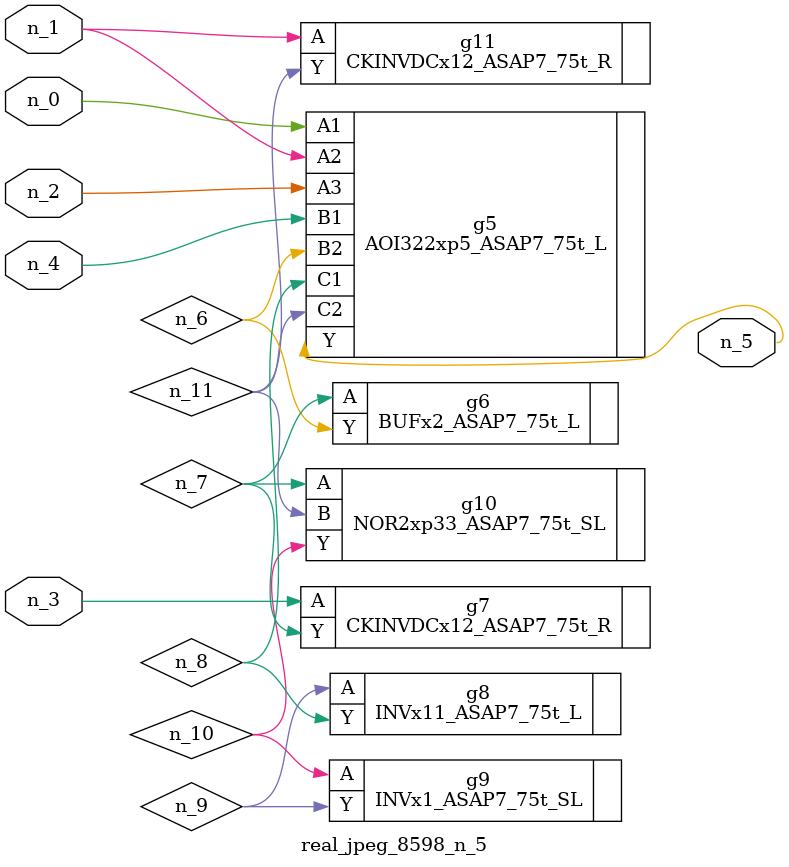
<source format=v>
module real_jpeg_8598_n_5 (n_4, n_0, n_1, n_2, n_3, n_5);

input n_4;
input n_0;
input n_1;
input n_2;
input n_3;

output n_5;

wire n_8;
wire n_11;
wire n_6;
wire n_7;
wire n_10;
wire n_9;

AOI322xp5_ASAP7_75t_L g5 ( 
.A1(n_0),
.A2(n_1),
.A3(n_2),
.B1(n_4),
.B2(n_6),
.C1(n_8),
.C2(n_11),
.Y(n_5)
);

CKINVDCx12_ASAP7_75t_R g11 ( 
.A(n_1),
.Y(n_11)
);

CKINVDCx12_ASAP7_75t_R g7 ( 
.A(n_3),
.Y(n_7)
);

BUFx2_ASAP7_75t_L g6 ( 
.A(n_7),
.Y(n_6)
);

NOR2xp33_ASAP7_75t_SL g10 ( 
.A(n_7),
.B(n_11),
.Y(n_10)
);

INVx11_ASAP7_75t_L g8 ( 
.A(n_9),
.Y(n_8)
);

INVx1_ASAP7_75t_SL g9 ( 
.A(n_10),
.Y(n_9)
);


endmodule
</source>
